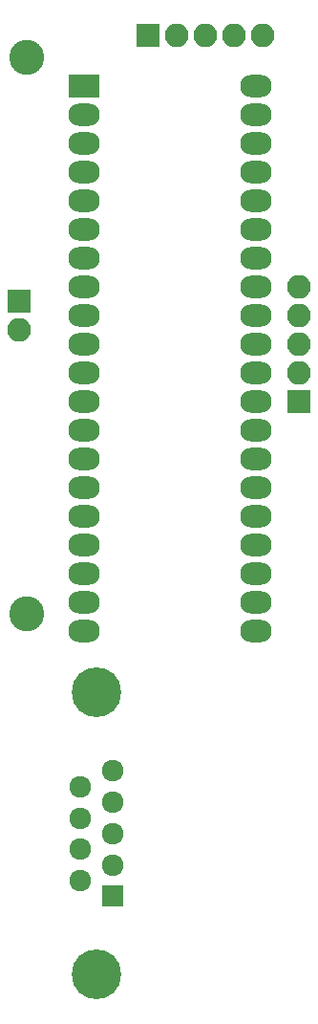
<source format=gbs>
G04 #@! TF.GenerationSoftware,KiCad,Pcbnew,(5.1.5)-3*
G04 #@! TF.CreationDate,2020-01-05T20:33:51-06:00*
G04 #@! TF.ProjectId,tymkrs_vendo,74796d6b-7273-45f7-9665-6e646f2e6b69,V0*
G04 #@! TF.SameCoordinates,Original*
G04 #@! TF.FileFunction,Soldermask,Bot*
G04 #@! TF.FilePolarity,Negative*
%FSLAX46Y46*%
G04 Gerber Fmt 4.6, Leading zero omitted, Abs format (unit mm)*
G04 Created by KiCad (PCBNEW (5.1.5)-3) date 2020-01-05 20:33:51*
%MOMM*%
%LPD*%
G04 APERTURE LIST*
%ADD10C,3.100000*%
%ADD11O,2.100000X2.100000*%
%ADD12R,2.100000X2.100000*%
%ADD13R,1.924000X1.924000*%
%ADD14C,1.924000*%
%ADD15C,4.400000*%
%ADD16O,2.800000X2.000000*%
%ADD17R,2.800000X2.000000*%
G04 APERTURE END LIST*
D10*
X96520000Y-148336000D03*
X96520000Y-99060000D03*
D11*
X95885000Y-123190000D03*
D12*
X95885000Y-120650000D03*
D11*
X120650000Y-119380000D03*
X120650000Y-121920000D03*
X120650000Y-124460000D03*
X120650000Y-127000000D03*
D12*
X120650000Y-129540000D03*
D13*
X104140000Y-173355000D03*
D14*
X104140000Y-170585000D03*
X104140000Y-167815000D03*
X104140000Y-165045000D03*
X104140000Y-162275000D03*
X101300000Y-171970000D03*
X101300000Y-169200000D03*
X101300000Y-166430000D03*
X101300000Y-163660000D03*
D15*
X102720000Y-180310000D03*
X102720000Y-155320000D03*
D16*
X116840000Y-101600000D03*
X101600000Y-149860000D03*
X116840000Y-104140000D03*
X101600000Y-147320000D03*
X116840000Y-106680000D03*
X101600000Y-144780000D03*
X116840000Y-109220000D03*
X101600000Y-142240000D03*
X116840000Y-111760000D03*
X101600000Y-139700000D03*
X116840000Y-114300000D03*
X101600000Y-137160000D03*
X116840000Y-116840000D03*
X101600000Y-134620000D03*
X116840000Y-119380000D03*
X101600000Y-132080000D03*
X116840000Y-121920000D03*
X101600000Y-129540000D03*
X116840000Y-124460000D03*
X101600000Y-127000000D03*
X116840000Y-127000000D03*
X101600000Y-124460000D03*
X116840000Y-129540000D03*
X101600000Y-121920000D03*
X116840000Y-132080000D03*
X101600000Y-119380000D03*
X116840000Y-134620000D03*
X101600000Y-116840000D03*
X116840000Y-137160000D03*
X101600000Y-114300000D03*
X116840000Y-139700000D03*
X101600000Y-111760000D03*
X116840000Y-142240000D03*
X101600000Y-109220000D03*
X116840000Y-144780000D03*
X101600000Y-106680000D03*
X116840000Y-147320000D03*
X101600000Y-104140000D03*
X116840000Y-149860000D03*
D17*
X101600000Y-101600000D03*
D11*
X117475000Y-97155000D03*
X114935000Y-97155000D03*
X112395000Y-97155000D03*
X109855000Y-97155000D03*
D12*
X107315000Y-97155000D03*
M02*

</source>
